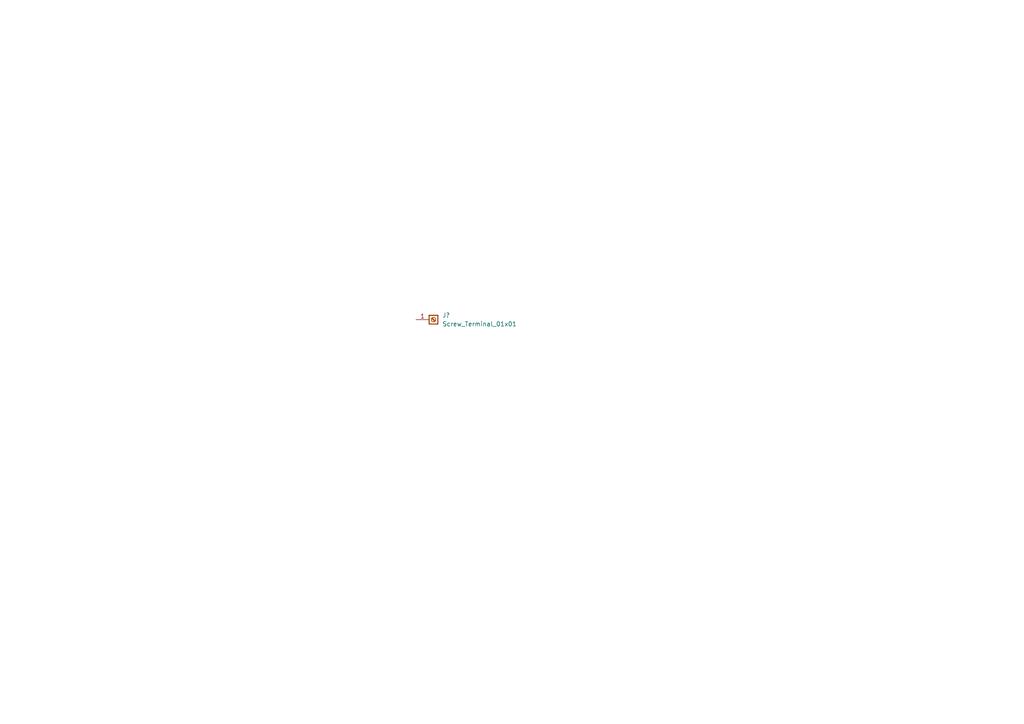
<source format=kicad_sch>
(kicad_sch (version 20211123) (generator eeschema)
  (paper "A4")
  (title_block (date "2022-11-16") (company "SquashedFly"))
  (lib_symbols
    (symbol "Wire to Board:Screw_Terminal_01x01" (pin_names (offset 1.016) hide)
      (property "Reference" "J" (at 0 2.54 0))
      (property "Value" "Screw_Terminal_01x01" (at 0 -2.54 0))
      (symbol "Screw_Terminal_01x01_1_1"
        (rectangle (start -1.27 1.27) (end 1.27 -1.27) (stroke (width 0.254)) (fill (type background)))
        (polyline (pts (xy -0.5334 0.3302) (xy 0.3302 -0.508)) (stroke (width 0.1524)))
        (polyline (pts (xy -0.3556 0.508) (xy 0.508 -0.3302)) (stroke (width 0.1524)))
        (circle (center 0 0) (radius 0.635) (stroke (width 0.1524)))
        (pin passive line (at -5.08 0 0) (length 3.81) (name "Pin_1") (number "1"))
      )
    )
  )
  (symbol (lib_id "Wire to Board:Screw_Terminal_01x01") (at 125.73 92.71 0) (unit 1)
    (property "Reference" "J?" (at 128.27 91.4399 0) (effects (justify left)))
    (property "Value" "Screw_Terminal_01x01" (at 128.27 93.9799 0) (effects (justify left)))
    (property "Datasheet" "https://labbook.skippy.org.uk/projects/kicad/screw" (effects hide))
  )
)
</source>
